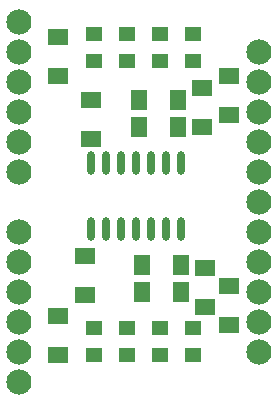
<source format=gts>
G04*
G04 #@! TF.GenerationSoftware,Altium Limited,Altium Designer,24.4.1 (13)*
G04*
G04 Layer_Color=8388736*
%FSLAX44Y44*%
%MOMM*%
G71*
G04*
G04 #@! TF.SameCoordinates,2922DF7C-8C4A-4011-8C8A-4044ECCBD14D*
G04*
G04*
G04 #@! TF.FilePolarity,Negative*
G04*
G01*
G75*
G04:AMPARAMS|DCode=12|XSize=1.397mm|YSize=1.7272mm|CornerRadius=0.0699mm|HoleSize=0mm|Usage=FLASHONLY|Rotation=270.000|XOffset=0mm|YOffset=0mm|HoleType=Round|Shape=RoundedRectangle|*
%AMROUNDEDRECTD12*
21,1,1.3970,1.5875,0,0,270.0*
21,1,1.2573,1.7272,0,0,270.0*
1,1,0.1397,-0.7938,-0.6287*
1,1,0.1397,-0.7938,0.6287*
1,1,0.1397,0.7938,0.6287*
1,1,0.1397,0.7938,-0.6287*
%
%ADD12ROUNDEDRECTD12*%
G04:AMPARAMS|DCode=13|XSize=1.2192mm|YSize=1.4224mm|CornerRadius=0.069mm|HoleSize=0mm|Usage=FLASHONLY|Rotation=270.000|XOffset=0mm|YOffset=0mm|HoleType=Round|Shape=RoundedRectangle|*
%AMROUNDEDRECTD13*
21,1,1.2192,1.2845,0,0,270.0*
21,1,1.0813,1.4224,0,0,270.0*
1,1,0.1379,-0.6422,-0.5406*
1,1,0.1379,-0.6422,0.5406*
1,1,0.1379,0.6422,0.5406*
1,1,0.1379,0.6422,-0.5406*
%
%ADD13ROUNDEDRECTD13*%
G04:AMPARAMS|DCode=14|XSize=1.397mm|YSize=1.7272mm|CornerRadius=0.0699mm|HoleSize=0mm|Usage=FLASHONLY|Rotation=0.000|XOffset=0mm|YOffset=0mm|HoleType=Round|Shape=RoundedRectangle|*
%AMROUNDEDRECTD14*
21,1,1.3970,1.5875,0,0,0.0*
21,1,1.2573,1.7272,0,0,0.0*
1,1,0.1397,0.6287,-0.7938*
1,1,0.1397,-0.6287,-0.7938*
1,1,0.1397,-0.6287,0.7938*
1,1,0.1397,0.6287,0.7938*
%
%ADD14ROUNDEDRECTD14*%
%ADD15O,0.7112X1.9812*%
%ADD16C,2.1336*%
D12*
X157480Y238760D02*
D03*
Y271780D02*
D03*
X129540Y292100D02*
D03*
Y325120D02*
D03*
X254000Y129540D02*
D03*
Y96520D02*
D03*
X274320Y81280D02*
D03*
Y114300D02*
D03*
X251460Y248920D02*
D03*
Y281940D02*
D03*
X274320Y292100D02*
D03*
Y259080D02*
D03*
X129540Y88900D02*
D03*
Y55880D02*
D03*
X152400Y139700D02*
D03*
Y106680D02*
D03*
D13*
X160020Y327660D02*
D03*
Y304800D02*
D03*
X187960Y327660D02*
D03*
Y304800D02*
D03*
X160020Y55880D02*
D03*
Y78740D02*
D03*
X187960Y55880D02*
D03*
Y78740D02*
D03*
X215900D02*
D03*
Y55880D02*
D03*
X243840Y78740D02*
D03*
Y55880D02*
D03*
Y304800D02*
D03*
Y327660D02*
D03*
X215900Y304800D02*
D03*
Y327660D02*
D03*
D14*
X233680Y132080D02*
D03*
X200660D02*
D03*
Y109220D02*
D03*
X233680D02*
D03*
X231140Y248920D02*
D03*
X198120D02*
D03*
Y271780D02*
D03*
X231140D02*
D03*
D15*
X233680Y162560D02*
D03*
X220980D02*
D03*
X208280D02*
D03*
X195580D02*
D03*
X182880D02*
D03*
X170180D02*
D03*
X157480D02*
D03*
Y218440D02*
D03*
X170180D02*
D03*
X182880D02*
D03*
X195580D02*
D03*
X208280D02*
D03*
X220980D02*
D03*
X233680D02*
D03*
D16*
X96520Y33020D02*
D03*
X299720Y58420D02*
D03*
X96520D02*
D03*
X299720Y83820D02*
D03*
X96520D02*
D03*
X299720Y109220D02*
D03*
X96520D02*
D03*
X299720Y134620D02*
D03*
X96520D02*
D03*
X299720Y160020D02*
D03*
X96520D02*
D03*
X299720Y185420D02*
D03*
X96520Y210820D02*
D03*
X299720D02*
D03*
X96520Y236220D02*
D03*
X299720D02*
D03*
X96520Y261620D02*
D03*
X299720D02*
D03*
X96520Y287020D02*
D03*
X299720D02*
D03*
X96520Y312420D02*
D03*
X299720D02*
D03*
X96520Y337820D02*
D03*
M02*

</source>
